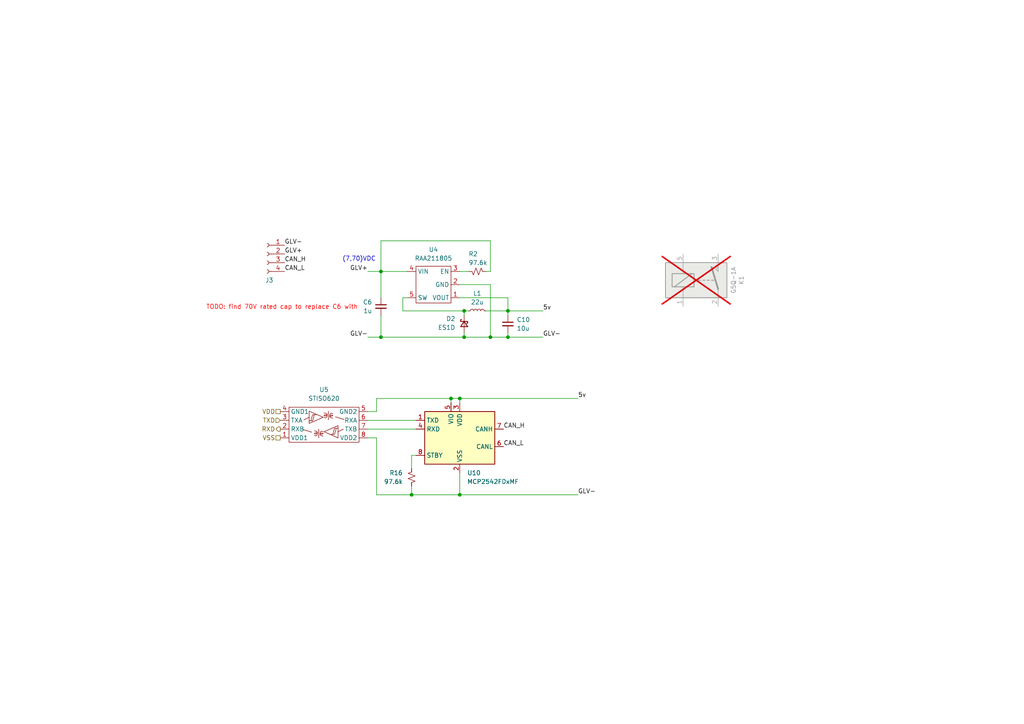
<source format=kicad_sch>
(kicad_sch (version 20250114) (generator "eeschema") (generator_version "9.0")
  (paper "A4")
  (lib_symbols
    (symbol "Connector:Conn_01x04_Socket" (pin_names (offset 1.016) (hide yes))
      (property "Reference" "J" (at 0 5.08 0))
      (property "Value" "Conn_01x04_Socket" (at 0 -7.62 0))
      (symbol "Conn_01x04_Socket_1_1"
        (polyline (pts (xy -1.27 2.54) (xy -0.508 2.54)) (stroke (width 0.1524)))
        (polyline (pts (xy -1.27 0) (xy -0.508 0)) (stroke (width 0.1524)))
        (polyline (pts (xy -1.27 -2.54) (xy -0.508 -2.54)) (stroke (width 0.1524)))
        (polyline (pts (xy -1.27 -5.08) (xy -0.508 -5.08)) (stroke (width 0.1524)))
        (arc (start 0 2.032) (mid -0.5058 2.54) (end 0 3.048) (stroke (width 0.1524)))
        (arc (start 0 -0.508) (mid -0.5058 0) (end 0 0.508) (stroke (width 0.1524)))
        (arc (start 0 -3.048) (mid -0.5058 -2.54) (end 0 -2.032) (stroke (width 0.1524)))
        (arc (start 0 -5.588) (mid -0.5058 -5.08) (end 0 -4.572) (stroke (width 0.1524)))
        (pin passive line (at -5.08 2.54 0) (length 3.81) (name "Pin_1") (number "1"))
        (pin passive line (at -5.08 0 0) (length 3.81) (name "Pin_2") (number "2"))
        (pin passive line (at -5.08 -2.54 0) (length 3.81) (name "Pin_3") (number "3"))
        (pin passive line (at -5.08 -5.08 0) (length 3.81) (name "Pin_4") (number "4"))
      )
    )
    (symbol "Device:C_Small" (pin_numbers (hide yes)) (pin_names (offset 0.254) (hide yes))
      (property "Reference" "C" (at 0.254 1.778 0))
      (property "Value" "C_Small" (at 0.254 -2.032 0))
      (symbol "C_Small_0_1"
        (polyline (pts (xy -1.524 0.508) (xy 1.524 0.508)) (stroke (width 0.3048)))
        (polyline (pts (xy -1.524 -0.508) (xy 1.524 -0.508)) (stroke (width 0.3302)))
      )
      (symbol "C_Small_1_1"
        (pin passive line (at 0 2.54 270) (length 2.032) (name "~") (number "1"))
        (pin passive line (at 0 -2.54 90) (length 2.032) (name "~") (number "2"))
      )
    )
    (symbol "Device:D_Schottky_Small" (pin_numbers (hide yes)) (pin_names (offset 0.254) (hide yes))
      (property "Reference" "D" (at -1.27 2.032 0))
      (property "Value" "D_Schottky_Small" (at -7.112 -2.032 0))
      (symbol "D_Schottky_Small_0_1"
        (polyline (pts (xy -1.27 0.762) (xy -1.27 1.016) (xy -0.762 1.016) (xy -0.762 -1.016) (xy -0.254 -1.016) (xy -0.254 -0.762)) (stroke (width 0.254)))
        (polyline (pts (xy -0.762 0) (xy 0.762 0)))
        (polyline (pts (xy 0.762 -1.016) (xy -0.762 0) (xy 0.762 1.016) (xy 0.762 -1.016)) (stroke (width 0.254)))
      )
      (symbol "D_Schottky_Small_1_1"
        (pin passive line (at -2.54 0 0) (length 1.778) (name "K") (number "1"))
        (pin passive line (at 2.54 0 180) (length 1.778) (name "A") (number "2"))
      )
    )
    (symbol "Device:L_Small" (pin_numbers (hide yes)) (pin_names (offset 0.254) (hide yes))
      (property "Reference" "L" (at 0.762 1.016 0))
      (property "Value" "L_Small" (at 0.762 -1.016 0))
      (symbol "L_Small_0_1"
        (arc (start 0 2.032) (mid 0.5058 1.524) (end 0 1.016))
        (arc (start 0 1.016) (mid 0.5058 0.508) (end 0 0))
        (arc (start 0 0) (mid 0.5058 -0.508) (end 0 -1.016))
        (arc (start 0 -1.016) (mid 0.5058 -1.524) (end 0 -2.032))
      )
      (symbol "L_Small_1_1"
        (pin passive line (at 0 2.54 270) (length 0.508) (name "~") (number "1"))
        (pin passive line (at 0 -2.54 90) (length 0.508) (name "~") (number "2"))
      )
    )
    (symbol "Device:R_Small_US" (pin_numbers (hide yes)) (pin_names (offset 0.254) (hide yes))
      (property "Reference" "R" (at 0.762 0.508 0))
      (property "Value" "R_Small_US" (at 0.762 -1.016 0))
      (symbol "R_Small_US_1_1"
        (polyline (pts (xy 0 1.524) (xy 1.016 1.143) (xy 0 0.762) (xy -1.016 0.381) (xy 0 0)))
        (polyline (pts (xy 0 0) (xy 1.016 -0.381) (xy 0 -0.762) (xy -1.016 -1.143) (xy 0 -1.524)))
        (pin passive line (at 0 2.54 270) (length 1.016) (name "~") (number "1"))
        (pin passive line (at 0 -2.54 90) (length 1.016) (name "~") (number "2"))
      )
    )
    (symbol "Interface_CAN_LIN:MCP2542FDxMF"
      (property "Reference" "U" (at -10.16 8.89 0))
      (property "Value" "MCP2542FDxMF" (at 2.54 8.89 0))
      (symbol "MCP2542FDxMF_0_1"
        (rectangle (start -10.16 7.62) (end 10.16 -7.62) (stroke (width 0.254)) (fill (type background)))
      )
      (symbol "MCP2542FDxMF_1_1"
        (pin input line (at -12.7 5.08 0) (length 2.54) (name "TXD") (number "1"))
        (pin output line (at -12.7 2.54 0) (length 2.54) (name "RXD") (number "4"))
        (pin input line (at -12.7 -5.08 0) (length 2.54) (name "STBY") (number "8"))
        (pin power_in line (at -2.54 10.16 270) (length 2.54) (name "VIO") (number "5"))
        (pin power_in line (at 0 10.16 270) (length 2.54) (name "VDD") (number "3"))
        (pin power_in line (at 0 -10.16 90) (length 2.54) (name "VSS") (number "2"))
        (pin passive line (at 0 -10.16 90) (length 2.54) (hide yes) (name "VSS") (number "9"))
        (pin bidirectional line (at 12.7 2.54 180) (length 2.54) (name "CANH") (number "7"))
        (pin bidirectional line (at 12.7 -2.54 180) (length 2.54) (name "CANL") (number "6"))
      )
    )
    (symbol "Relay:G5Q-1A"
      (property "Reference" "K" (at 8.89 3.81 0))
      (property "Value" "G5Q-1A" (at 8.89 1.27 0))
      (symbol "G5Q-1A_0_0"
        (polyline (pts (xy 5.08 5.08) (xy 5.08 2.54) (xy 4.445 3.175) (xy 5.08 3.81)))
      )
      (symbol "G5Q-1A_0_1"
        (rectangle (start -10.16 5.08) (end 7.62 -5.08) (stroke (width 0.254)) (fill (type background)))
        (rectangle (start -8.255 1.905) (end -1.905 -1.905) (stroke (width 0.254)))
        (polyline (pts (xy -7.62 -1.905) (xy -2.54 1.905)) (stroke (width 0.254)))
        (polyline (pts (xy -5.08 5.08) (xy -5.08 1.905)))
        (polyline (pts (xy -5.08 -5.08) (xy -5.08 -1.905)))
        (polyline (pts (xy -1.905 0) (xy -1.27 0)) (stroke (width 0.254)))
        (polyline (pts (xy -0.635 0) (xy 0 0)) (stroke (width 0.254)))
        (polyline (pts (xy 0.635 0) (xy 1.27 0)) (stroke (width 0.254)))
        (polyline (pts (xy 1.905 0) (xy 2.54 0)) (stroke (width 0.254)))
        (polyline (pts (xy 3.175 0) (xy 3.81 0)) (stroke (width 0.254)))
        (polyline (pts (xy 5.08 -2.54) (xy 3.175 3.81)) (stroke (width 0.508)))
        (polyline (pts (xy 5.08 -2.54) (xy 5.08 -5.08)))
      )
      (symbol "G5Q-1A_1_1"
        (pin passive line (at -5.08 7.62 270) (length 2.54) (name "~") (number "5"))
        (pin passive line (at -5.08 -7.62 90) (length 2.54) (name "~") (number "1"))
        (pin passive line (at 5.08 7.62 270) (length 2.54) (name "~") (number "3"))
        (pin passive line (at 5.08 -7.62 90) (length 2.54) (name "~") (number "2"))
      )
    )
    (symbol "zzLocalLibrary:RAA211805"
      (property "Reference" "U" (at 0 0 0))
      (property "Value" "RAA211805" (at 0 0 0))
      (symbol "RAA211805_0_1"
        (rectangle (start -5.08 -1.016) (end 5.08 -11.684))
      )
      (symbol "RAA211805_1_1"
        (pin input line (at -7.62 -2.54 0) (length 2.54) (name "VIN") (number "4"))
        (pin input line (at -7.62 -10.16 0) (length 2.54) (name "SW") (number "5"))
        (pin input line (at 7.62 -2.54 180) (length 2.54) (name "EN") (number "3"))
        (pin input line (at 7.62 -6.35 180) (length 2.54) (name "GND") (number "2"))
        (pin input line (at 7.62 -10.16 180) (length 2.54) (name "VOUT") (number "1"))
      )
    )
    (symbol "zzLocalLibrary:STISO621"
      (property "Reference" "U" (at -0.254 6.35 0))
      (property "Value" "STISO620" (at 0 0 0))
      (symbol "STISO621_0_1"
        (rectangle (start -10.16 5.08) (end 10.16 -5.08))
        (polyline (pts (xy -5.842 -1.397) (xy -4.318 -2.159)))
        (polyline (pts (xy -4.318 -3.937) (xy -4.318 -0.381) (xy -0.254 -2.159) (xy -4.318 -3.937)))
        (polyline (pts (xy -4.064 -1.143) (xy -3.302 -1.143) (xy -2.794 -2.921) (xy -2.286 -2.921) (xy -3.302 -2.921) (xy -3.81 -1.143) (xy -4.318 -1.143)))
        (polyline (pts (xy -3.556 2.159) (xy -6.096 1.397)))
        (bezier (pts (xy -2.794 2.54) (xy -1.524 1.524) (xy -1.778 3.81) (xy -2.794 3.048)))
        (bezier (pts (xy -2.794 1.778) (xy -1.016 2.032) (xy -2.286 3.048) (xy -2.794 2.54)))
        (polyline (pts (xy -1.524 3.81) (xy -1.524 1.27)))
        (bezier (pts (xy -0.254 3.302) (xy -2.032 3.048) (xy -0.762 2.032) (xy -0.254 2.54)))
        (bezier (pts (xy -0.254 2.54) (xy -1.524 3.556) (xy -1.27 1.27) (xy -0.254 2.032)))
        (bezier (pts (xy 0 -2.667) (xy 1.27 -3.683) (xy 1.016 -1.397) (xy 0 -2.159)))
        (bezier (pts (xy 0 -3.429) (xy 1.778 -3.175) (xy 0.508 -2.159) (xy 0 -2.667)))
        (polyline (pts (xy 1.27 -3.937) (xy 1.27 -1.397)))
        (bezier (pts (xy 2.54 -1.905) (xy 0.762 -2.159) (xy 2.032 -3.175) (xy 2.54 -2.667)))
        (bezier (pts (xy 2.54 -2.667) (xy 1.27 -1.651) (xy 1.524 -3.937) (xy 2.54 -3.175)))
        (polyline (pts (xy 3.302 -2.286) (xy 5.842 -1.524)))
        (polyline (pts (xy 3.81 1.016) (xy 3.048 1.016) (xy 2.54 2.794) (xy 2.032 2.794) (xy 3.048 2.794) (xy 3.556 1.016) (xy 4.064 1.016)))
        (polyline (pts (xy 4.064 3.81) (xy 4.064 0.254) (xy 0 2.032) (xy 4.064 3.81)))
        (polyline (pts (xy 5.588 1.27) (xy 4.064 2.032)))
      )
      (symbol "STISO621_1_1"
        (pin input line (at -12.7 3.81 0) (length 2.54) (name "VDD1") (number "1"))
        (pin input line (at -12.7 1.27 0) (length 2.54) (name "RXB") (number "2"))
        (pin input line (at -12.7 -1.27 0) (length 2.54) (name "TXA") (number "3"))
        (pin input line (at -12.7 -3.81 0) (length 2.54) (name "GND1") (number "4"))
        (pin input line (at 12.7 3.81 180) (length 2.54) (name "VDD2") (number "8"))
        (pin input line (at 12.7 1.27 180) (length 2.54) (name "TXB") (number "7"))
        (pin input line (at 12.7 -1.27 180) (length 2.54) (name "RXA") (number "6"))
        (pin input line (at 12.7 -3.81 180) (length 2.54) (name "GND2") (number "5"))
      )
    )
  )
  (text "(7,70)VDC" (at 104.14 75.184 0) (effects (font (size 1.27 1.27))))
  (text "TODO: find 70V rated cap to replace C6 with" (at 81.788 89.154 0) (effects (font (size 1.27 1.27))))
  (junction (at 134.62 90.17))
  (junction (at 147.32 90.17))
  (junction (at 133.35 143.51))
  (junction (at 110.49 78.74))
  (junction (at 110.49 97.79))
  (junction (at 119.38 143.51))
  (junction (at 133.35 115.57))
  (junction (at 130.81 115.57))
  (junction (at 142.24 97.79))
  (junction (at 134.62 97.79))
  (junction (at 147.32 97.79))
  (wire (pts (xy 106.68 78.74) (xy 110.49 78.74)))
  (wire (pts (xy 116.84 86.36) (xy 116.84 90.17)))
  (wire (pts (xy 134.62 90.17) (xy 134.62 91.44)))
  (wire (pts (xy 142.24 78.74) (xy 142.24 69.85)))
  (wire (pts (xy 134.62 96.52) (xy 134.62 97.79)))
  (wire (pts (xy 140.97 78.74) (xy 142.24 78.74)))
  (wire (pts (xy 133.35 115.57) (xy 130.81 115.57)))
  (wire (pts (xy 147.32 97.79) (xy 157.48 97.79)))
  (wire (pts (xy 110.49 78.74) (xy 118.11 78.74)))
  (wire (pts (xy 133.35 78.74) (xy 135.89 78.74)))
  (wire (pts (xy 134.62 97.79) (xy 142.24 97.79)))
  (wire (pts (xy 147.32 97.79) (xy 147.32 96.52)))
  (wire (pts (xy 142.24 97.79) (xy 142.24 82.55)))
  (wire (pts (xy 147.32 97.79) (xy 142.24 97.79)))
  (wire (pts (xy 110.49 78.74) (xy 110.49 86.36)))
  (wire (pts (xy 133.35 82.55) (xy 142.24 82.55)))
  (wire (pts (xy 106.68 97.79) (xy 110.49 97.79)))
  (wire (pts (xy 118.11 86.36) (xy 116.84 86.36)))
  (wire (pts (xy 133.35 115.57) (xy 167.64 115.57)))
  (wire (pts (xy 109.22 119.38) (xy 109.22 115.57)))
  (wire (pts (xy 109.22 115.57) (xy 130.81 115.57)))
  (wire (pts (xy 147.32 90.17) (xy 140.97 90.17)))
  (wire (pts (xy 106.68 124.46) (xy 120.65 124.46)))
  (wire (pts (xy 147.32 90.17) (xy 147.32 91.44)))
  (wire (pts (xy 106.68 121.92) (xy 120.65 121.92)))
  (wire (pts (xy 147.32 86.36) (xy 147.32 90.17)))
  (wire (pts (xy 142.24 69.85) (xy 110.49 69.85)))
  (wire (pts (xy 106.68 119.38) (xy 109.22 119.38)))
  (wire (pts (xy 109.22 143.51) (xy 119.38 143.51)))
  (wire (pts (xy 130.81 115.57) (xy 130.81 116.84)))
  (wire (pts (xy 110.49 97.79) (xy 134.62 97.79)))
  (wire (pts (xy 133.35 143.51) (xy 133.35 137.16)))
  (wire (pts (xy 133.35 86.36) (xy 147.32 86.36)))
  (wire (pts (xy 133.35 115.57) (xy 133.35 116.84)))
  (wire (pts (xy 110.49 91.44) (xy 110.49 97.79)))
  (wire (pts (xy 116.84 90.17) (xy 134.62 90.17)))
  (wire (pts (xy 119.38 143.51) (xy 133.35 143.51)))
  (wire (pts (xy 106.68 127) (xy 109.22 127)))
  (wire (pts (xy 110.49 69.85) (xy 110.49 78.74)))
  (wire (pts (xy 157.48 90.17) (xy 147.32 90.17)))
  (wire (pts (xy 133.35 143.51) (xy 167.64 143.51)))
  (wire (pts (xy 119.38 140.97) (xy 119.38 143.51)))
  (wire (pts (xy 134.62 90.17) (xy 135.89 90.17)))
  (wire (pts (xy 119.38 132.08) (xy 119.38 135.89)))
  (wire (pts (xy 109.22 127) (xy 109.22 143.51)))
  (wire (pts (xy 119.38 132.08) (xy 120.65 132.08)))
  (label "CAN_L" (at 82.55 78.74 0))
  (label "GLV-" (at 82.55 71.12 0))
  (label "CAN_L" (at 146.05 129.54 0))
  (label "CAN_H" (at 82.55 76.2 0))
  (label "GLV-" (at 167.64 143.51 0))
  (label "5v" (at 157.48 90.17 0))
  (label "GLV+" (at 82.55 73.66 0))
  (label "GLV+" (at 106.68 78.74 180))
  (label "GLV-" (at 106.68 97.79 180))
  (label "5v" (at 167.64 115.57 0))
  (label "GLV-" (at 157.48 97.79 0))
  (label "CAN_H" (at 146.05 124.46 0))
  (hierarchical_label "RXD" (shape output) (at 81.28 124.46 180))
  (hierarchical_label "VDD" (shape passive) (at 81.28 119.38 180))
  (hierarchical_label "TXD" (shape input) (at 81.28 121.92 180))
  (hierarchical_label "VSS" (shape passive) (at 81.28 127 180))
  (symbol (lib_id "Relay:G5Q-1A") (at 203.2 81.28 0) (unit 1) (exclude_from_sim yes) (in_bom no) (on_board no) (dnp yes)
    (property "Reference" "K1" (at 215.0618 81.28 90))
    (property "Value" "G5Q-1A" (at 212.7504 81.28 90))
    (property "Footprint" "Relay_THT:Relay_SPST_Omron-G5Q-1A" (effects (hide yes)))
    (property "Datasheet" "https://www.omron.com/ecb/products/pdf/en-g5q.pdf" (effects (hide yes)))
    (property "mouser" "https://www.mouser.com/ProductDetail/Omron-Electronics/G5Q-1A-EU-DC12?qs=jvGqVfHPSOJiqt8KJ9dpXQ%3D%3D&srsltid=AfmBOop9wo4fWfhjLieEc19EeBZ_WnDl6Q0QD8Ufwxktwj5SRH23wSvT" (effects (hide yes)))
    (property "unit x10" "1.14" (effects (hide yes)))
    (property "unit x1" "1.26" (effects (hide yes)))
  )
  (symbol (lib_id "Device:C_Small") (at 110.49 88.9 0) (mirror y) (unit 1)
    (property "Reference" "C6" (at 107.95 87.6362 0) (effects (justify left)))
    (property "Value" "1u" (at 107.95 90.1762 0) (effects (justify left)))
    (property "Footprint" "Capacitor_SMD:C_1206_3216Metric_Pad1.33x1.80mm_HandSolder" (effects (hide yes)))
    (property "Description" "100Vdc, 10%, +125C" (effects (hide yes)))
    (property "mouser" "https://www.mouser.com/ProductDetail/Samsung-Electro-Mechanics/CL31B105KCHNNNE?qs=349EhDEZ59qH1i3RhF2lug%3D%3D" (effects (hide yes)))
    (property "specs" "1uF, 100VDC, X7R, 10%, -55C, +125C" (effects (hide yes)))
    (property "unit x10" "0.07" (effects (hide yes)))
  )
  (symbol (lib_id "Device:C_Small") (at 147.32 93.98 0) (unit 1)
    (property "Reference" "C10" (at 149.86 92.7162 0) (effects (justify left)))
    (property "Value" "10u" (at 149.86 95.2562 0) (effects (justify left)))
    (property "Footprint" "Capacitor_SMD:C_1206_3216Metric_Pad1.33x1.80mm_HandSolder" (effects (hide yes)))
    (property "Description" "50Vdc, 10%, +125C" (effects (hide yes)))
    (property "mouser" "https://www.mouser.com/ProductDetail/Samsung-Electro-Mechanics/CL31A106KBHNNNE?qs=sGAEpiMZZMsh%252B1woXyUXjxqcB7t9naYpzWmpMbMJIKQ%3D" (effects (hide yes)))
    (property "specs" "10uF, 50VDC, X5R, 10%, -55C, +85C" (effects (hide yes)))
    (property "unit x10" "0.07" (effects (hide yes)))
  )
  (symbol (lib_id "Device:L_Small") (at 138.43 90.17 90) (unit 1)
    (property "Reference" "L1" (at 138.43 85.09 90))
    (property "Value" "22u" (at 138.43 87.63 90))
    (property "Footprint" "Inductor_SMD:L_1210_3225Metric_Pad1.42x2.65mm_HandSolder" (effects (hide yes)))
    (property "Description" "Inductor, small symbol" (effects (hide yes)))
    (property "mouser" "https://www.mouser.com/ProductDetail/TAIYO-YUDEN/CBC3225T220KR?qs=sGAEpiMZZMv126LJFLh8y8CHgMb6WLnpP9F%2FUnEJAO8%3D" (effects (hide yes)))
    (property "unit x10" "0.152" (effects (hide yes)))
    (property "unit x1" "0.18" (effects (hide yes)))
  )
  (symbol (lib_id "Device:R_Small_US") (at 138.43 78.74 90) (mirror x) (unit 1)
    (property "Reference" "R2" (at 135.89 73.66 90) (effects (justify right)))
    (property "Value" "97.6k" (at 135.89 76.2 90) (effects (justify right)))
    (property "Footprint" "Resistor_SMD:R_0805_2012Metric_Pad1.20x1.40mm_HandSolder" (effects (hide yes)))
    (property "Description" "Resistor, small US symbol" (effects (hide yes)))
    (property "mouser" "https://www.mouser.com/ProductDetail/KOA-Speer/RK73H2ATTD9762F?qs=sGAEpiMZZMvdGkrng054tz%252BUJoUq5nhIYmtkGFxIWAo%3D" (effects (hide yes)))
    (property "unit x10" "0.02" (effects (hide yes)))
    (property "unit x1" "0.1" (effects (hide yes)))
    (property "specs " "250mW, 97.6k, 1%, 100ppm, -55c, +155c, 150V" (effects (hide yes)))
  )
  (symbol (lib_id "zzLocalLibrary:STISO621") (at 93.98 123.19 0) (mirror x) (unit 1)
    (property "Reference" "U5" (at 93.98 113.03 0))
    (property "Value" "STISO620" (at 93.98 115.57 0))
    (property "Footprint" "Package_SO:SOIC-8_7.5x5.85mm_P1.27mm" (effects (hide yes)))
    (property "mouser" "https://www.mouser.com/ProductDetail/STMicroelectronics/STISO621WTR?qs=DPoM0jnrROWnssw71EEUdg%3D%3D&srsltid=AfmBOooWor0VJktvanGRLm62GGRvBwRvNg6pgl64oBHJnTIBJyGQPB71" (effects (hide yes)))
    (property "specs" "galvanic isolation, 1.2kVDC working, 2 unidir chan, 100Mb/s, -40C, +125C" (effects (hide yes)))
    (property "unit x10" "2.22" (effects (hide yes)))
    (property "unit x1" "3.4" (effects (hide yes)))
  )
  (symbol (lib_id "Interface_CAN_LIN:MCP2542FDxMF") (at 133.35 127 0) (unit 1)
    (property "Reference" "U10" (at 135.4933 137.16 0) (effects (justify left)))
    (property "Value" "MCP2542FDxMF" (at 135.4933 139.7 0) (effects (justify left)))
    (property "Footprint" "Package_SO:JEITA_SOIC-8_3.9x4.9mm_P1.27mm" (effects (hide yes)))
    (property "Datasheet" "http://ww1.microchip.com/downloads/en/DeviceDoc/MCP2542FD-4FD-MCP2542WFD-4WFD-Data-Sheet20005514B.pdf" (effects (hide yes)))
    (property "Description" "CAN-FD Transceiver, Wake-Up on CAN activity, 8Mbps, 5V supply, STBY pin, 3x3 DFN-8" (effects (hide yes)))
    (property "mouser" "https://www.mouser.com/ProductDetail/579-MCP2542FD-E-SN" (effects (hide yes)))
    (property "unit x10" "0.86" (effects (hide yes)))
  )
  (symbol (lib_id "Connector:Conn_01x04_Socket") (at 77.47 73.66 0) (mirror y) (unit 1)
    (property "Reference" "J3" (at 78.105 81.28 0))
    (property "Value" "Conn_01x04_Socket" (effects (hide yes)))
    (property "Footprint" "Connector_PinHeader_2.54mm:PinHeader_1x04_P2.54mm_Vertical" (effects (hide yes)))
    (property "Description" "Generic connector, single row, 01x04, script generated" (effects (hide yes)))
  )
  (symbol (lib_id "Device:R_Small_US") (at 119.38 138.43 0) (mirror x) (unit 1)
    (property "Reference" "R16" (at 116.84 137.1599 0) (effects (justify right)))
    (property "Value" "97.6k" (at 116.84 139.6999 0) (effects (justify right)))
    (property "Footprint" "Resistor_SMD:R_0805_2012Metric_Pad1.20x1.40mm_HandSolder" (effects (hide yes)))
    (property "Description" "Resistor, small US symbol" (effects (hide yes)))
    (property "mouser" "https://www.mouser.com/ProductDetail/KOA-Speer/RK73H2ATTD9762F?qs=sGAEpiMZZMvdGkrng054tz%252BUJoUq5nhIYmtkGFxIWAo%3D" (effects (hide yes)))
    (property "unit x10" "0.02" (effects (hide yes)))
    (property "unit x1" "0.1" (effects (hide yes)))
    (property "specs " "250mW, 97.6k, 1%, 100ppm, -55c, +155c, 150V" (effects (hide yes)))
  )
  (symbol (lib_id "Device:D_Schottky_Small") (at 134.62 93.98 90) (mirror x) (unit 1)
    (property "Reference" "D2" (at 132.08 92.4559 90) (effects (justify left)))
    (property "Value" "ES1D" (at 132.08 94.9959 90) (effects (justify left)))
    (property "Footprint" "Diode_SMD:D_SMA" (effects (hide yes)))
    (property "Description" "Schottky diode, small symbol" (effects (hide yes)))
    (property "mouser" "https://www.mouser.com/ProductDetail/onsemi-Fairchild/ES1C?qs=sGAEpiMZZMtbRapU8LlZDwxyh3P6uVi9ZaZE%252B629d7E%3D" (effects (hide yes)))
    (property "unit x10" "0.086" (effects (hide yes)))
    (property "specs" "920mVf, 150Vr, 1Aconstant, 15nSr,15Ar, 1.47W -50C, +150C" (effects (hide yes)))
    (property "unit x1" "0.10" (effects (hide yes)))
  )
  (symbol (lib_id "zzLocalLibrary:RAA211805") (at 125.73 76.2 0) (unit 1)
    (property "Reference" "U4" (at 125.73 72.39 0))
    (property "Value" "RAA211805" (at 125.73 74.93 0))
    (property "Footprint" "Package_TO_SOT_SMD:TSOT-23-5" (effects (hide yes)))
    (property "mouser" "https://www.mouser.com/ProductDetail/Renesas-Intersil/RAA2118054GP3JA0?qs=mELouGlnn3d87GrR1cS%2FNA%3D%3D" (effects (hide yes)))
    (property "unit x10" "0.325" (effects (hide yes)))
    (property "unit x1" "0.46" (effects (hide yes)))
  )
)
</source>
